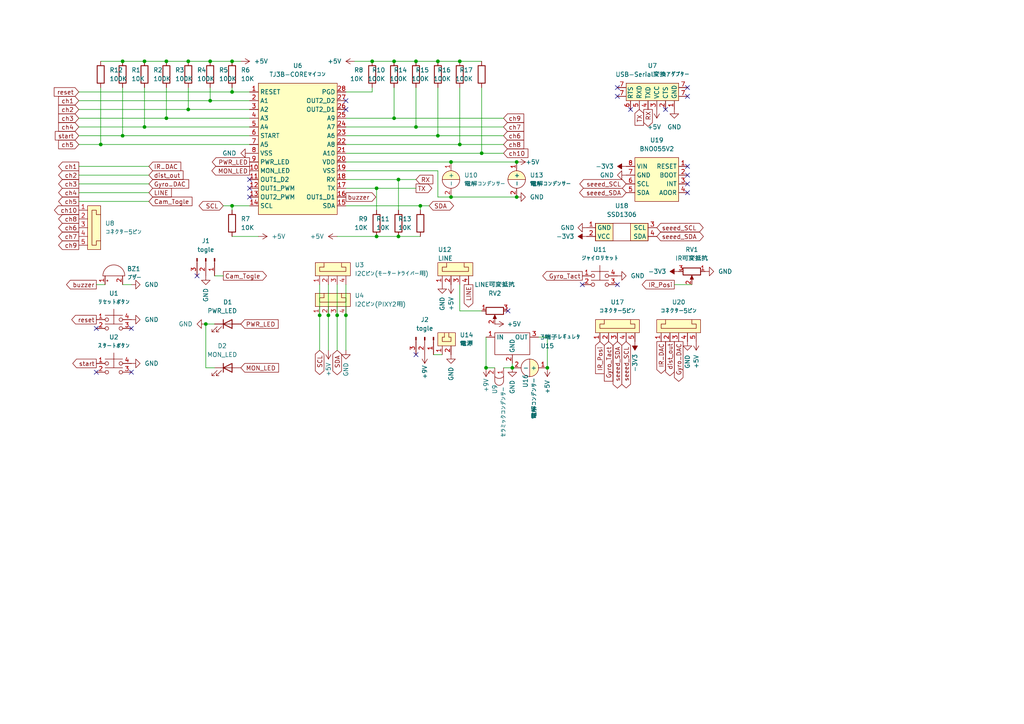
<source format=kicad_sch>
(kicad_sch (version 20211123) (generator eeschema)
  (paper "A4")
  (lib_symbols
    (symbol "Connector:Conn_01x03_Male" (pin_names (offset 1.016) hide)
      (property "Reference" "J" (at 0 5.08 0))
      (property "Value" "Conn_01x03_Male" (at 0 -5.08 0))
      (symbol "Conn_01x03_Male_1_1"
        (polyline (pts (xy 1.27 -2.54) (xy 0.8636 -2.54)) (stroke (width 0.1524)))
        (polyline (pts (xy 1.27 0) (xy 0.8636 0)) (stroke (width 0.1524)))
        (polyline (pts (xy 1.27 2.54) (xy 0.8636 2.54)) (stroke (width 0.1524)))
        (rectangle (start 0.8636 -2.413) (end 0 -2.667) (stroke (width 0.1524)) (fill (type outline)))
        (rectangle (start 0.8636 0.127) (end 0 -0.127) (stroke (width 0.1524)) (fill (type outline)))
        (rectangle (start 0.8636 2.667) (end 0 2.413) (stroke (width 0.1524)) (fill (type outline)))
        (pin passive line (at 5.08 2.54 180) (length 3.81) (name "Pin_1") (number "1"))
        (pin passive line (at 5.08 0 180) (length 3.81) (name "Pin_2") (number "2"))
        (pin passive line (at 5.08 -2.54 180) (length 3.81) (name "Pin_3") (number "3"))
      )
    )
    (symbol "Device:Buzzer" (pin_names (offset 0.0254) hide)
      (property "Reference" "BZ" (at 3.81 1.27 0))
      (property "Value" "Buzzer" (at 3.81 -1.27 0))
      (symbol "Buzzer_0_1"
        (arc (start 0 -3.175) (mid 3.175 0) (end 0 3.175))
        (polyline (pts (xy -1.651 1.905) (xy -1.143 1.905)))
        (polyline (pts (xy -1.397 2.159) (xy -1.397 1.651)))
        (polyline (pts (xy 0 3.175) (xy 0 -3.175)))
      )
      (symbol "Buzzer_1_1"
        (pin passive line (at -2.54 2.54 0) (length 2.54) (name "-") (number "1"))
        (pin passive line (at -2.54 -2.54 0) (length 2.54) (name "+") (number "2"))
      )
    )
    (symbol "Device:LED" (pin_numbers hide) (pin_names (offset 1.016) hide)
      (property "Reference" "D" (at 0 2.54 0))
      (property "Value" "LED" (at 0 -2.54 0))
      (symbol "LED_0_1"
        (polyline (pts (xy -1.27 -1.27) (xy -1.27 1.27)) (stroke (width 0.254)))
        (polyline (pts (xy -1.27 0) (xy 1.27 0)))
        (polyline (pts (xy 1.27 -1.27) (xy 1.27 1.27) (xy -1.27 0) (xy 1.27 -1.27)) (stroke (width 0.254)))
        (polyline (pts (xy -3.048 -0.762) (xy -4.572 -2.286) (xy -3.81 -2.286) (xy -4.572 -2.286) (xy -4.572 -1.524)))
        (polyline (pts (xy -1.778 -0.762) (xy -3.302 -2.286) (xy -2.54 -2.286) (xy -3.302 -2.286) (xy -3.302 -1.524)))
      )
      (symbol "LED_1_1"
        (pin passive line (at -3.81 0 0) (length 2.54) (name "K") (number "1"))
        (pin passive line (at 3.81 0 180) (length 2.54) (name "A") (number "2"))
      )
    )
    (symbol "Device:R" (pin_numbers hide) (pin_names (offset 0))
      (property "Reference" "R" (at 2.032 0 90))
      (property "Value" "R" (at 0 0 90))
      (symbol "R_0_1"
        (rectangle (start -1.016 -2.54) (end 1.016 2.54) (stroke (width 0.254)))
      )
      (symbol "R_1_1"
        (pin passive line (at 0 3.81 270) (length 1.27) (name "~") (number "1"))
        (pin passive line (at 0 -3.81 90) (length 1.27) (name "~") (number "2"))
      )
    )
    (symbol "Device:R_Potentiometer" (pin_names (offset 1.016) hide)
      (property "Reference" "RV" (at -4.445 0 90))
      (property "Value" "R_Potentiometer" (at -2.54 0 90))
      (symbol "R_Potentiometer_0_1"
        (polyline (pts (xy 2.54 0) (xy 1.524 0)))
        (polyline (pts (xy 1.143 0) (xy 2.286 0.508) (xy 2.286 -0.508) (xy 1.143 0)) (fill (type outline)))
        (rectangle (start 1.016 2.54) (end -1.016 -2.54) (stroke (width 0.254)))
      )
      (symbol "R_Potentiometer_1_1"
        (pin passive line (at 0 3.81 270) (length 1.27) (name "1") (number "1"))
        (pin passive line (at 3.81 0 180) (length 1.27) (name "2") (number "2"))
        (pin passive line (at 0 -3.81 90) (length 1.27) (name "3") (number "3"))
      )
    )
    (symbol "power:+5V" (power) (pin_names (offset 0))
      (property "Value" "+5V" (at 0 3.556 0))
      (symbol "+5V_0_1"
        (polyline (pts (xy -0.762 1.27) (xy 0 2.54)))
        (polyline (pts (xy 0 0) (xy 0 2.54)))
        (polyline (pts (xy 0 2.54) (xy 0.762 1.27)))
      )
      (symbol "+5V_1_1"
        (pin power_in line (at 0 0 90) (length 0) hide (name "+5V") (number "1"))
      )
    )
    (symbol "power:+9V" (power) (pin_names (offset 0))
      (property "Value" "+9V" (at 0 3.556 0))
      (symbol "+9V_0_1"
        (polyline (pts (xy -0.762 1.27) (xy 0 2.54)))
        (polyline (pts (xy 0 0) (xy 0 2.54)))
        (polyline (pts (xy 0 2.54) (xy 0.762 1.27)))
      )
      (symbol "+9V_1_1"
        (pin power_in line (at 0 0 90) (length 0) hide (name "+9V") (number "1"))
      )
    )
    (symbol "power:-3V3" (power) (pin_names (offset 0))
      (property "Value" "-3V3" (at 0 3.81 0))
      (symbol "-3V3_0_0"
        (pin power_in line (at 0 0 90) (length 0) hide (name "-3V3") (number "1"))
      )
      (symbol "-3V3_0_1"
        (polyline (pts (xy 0 0) (xy 0 1.27) (xy 0.762 1.27) (xy 0 2.54) (xy -0.762 1.27) (xy 0 1.27)) (fill (type outline)))
      )
    )
    (symbol "power:GND" (power) (pin_names (offset 0))
      (property "Value" "GND" (at 0 -3.81 0))
      (symbol "GND_0_1"
        (polyline (pts (xy 0 0) (xy 0 -1.27) (xy 1.27 -1.27) (xy 0 -2.54) (xy -1.27 -1.27) (xy 0 -1.27)))
      )
      (symbol "GND_1_1"
        (pin power_in line (at 0 0 270) (length 0) hide (name "GND") (number "1"))
      )
    )
    (symbol "自分のシンボルエディター:3端子レギュレタ"
      (property "Reference" "U" (at 0 0 0))
      (property "Value" "3端子レギュレタ" (at 0 0 0))
      (symbol "3端子レギュレタ_0_1"
        (rectangle (start -5.08 -2.54) (end 5.08 -8.89))
      )
      (symbol "3端子レギュレタ_1_1"
        (pin input line (at -7.62 -3.81 0) (length 2.54) (name "IN") (number "1"))
        (pin input line (at 0 -11.43 90) (length 2.54) (name "GND") (number "2"))
        (pin input line (at 7.62 -3.81 180) (length 2.54) (name "OUT") (number "3"))
      )
    )
    (symbol "自分のシンボルエディター:BNO055V2"
      (property "Reference" "U" (at 6.35 -1.27 0))
      (property "Value" "BNO055V2" (at 0 -1.27 0))
      (symbol "BNO055V2_0_1"
        (rectangle (start -6.35 -2.54) (end 6.35 -15.24) (fill (type background)))
      )
      (symbol "BNO055V2_1_1"
        (pin input line (at 8.89 -5.08 180) (length 2.54) (name "RESET") (number "1"))
        (pin input line (at 8.89 -7.62 180) (length 2.54) (name "BOOT") (number "2"))
        (pin input line (at 8.89 -10.16 180) (length 2.54) (name "INT") (number "3"))
        (pin input line (at 8.89 -12.7 180) (length 2.54) (name "AOOR") (number "4"))
        (pin input line (at -8.89 -12.7 0) (length 2.54) (name "SDA") (number "5"))
        (pin input line (at -8.89 -10.16 0) (length 2.54) (name "SCL") (number "6"))
        (pin input line (at -8.89 -7.62 0) (length 2.54) (name "GND") (number "7"))
        (pin input line (at -8.89 -5.08 0) (length 2.54) (name "VIN") (number "8"))
      )
    )
    (symbol "自分のシンボルエディター:SSD1306"
      (property "Reference" "U" (at 6.35 0 0))
      (property "Value" "SSD1306" (at 0 0 0))
      (symbol "SSD1306_0_1"
        (rectangle (start -7.62 -1.27) (end -2.54 -6.35) (fill (type background)))
        (polyline (pts (xy -7.62 -6.35) (xy -7.62 -1.27) (xy 7.62 -1.27) (xy 7.62 -6.35) (xy -3.81 -6.35) (xy -7.62 -6.35)))
        (rectangle (start 2.54 -1.27) (end 7.62 -6.35) (fill (type background)))
      )
      (symbol "SSD1306_1_1"
        (pin input line (at -10.16 -2.54 0) (length 2.54) (name "GND") (number "1"))
        (pin input line (at -10.16 -5.08 0) (length 2.54) (name "VCC") (number "2"))
        (pin input line (at 10.16 -2.54 180) (length 2.54) (name "SCL") (number "3"))
        (pin input line (at 10.16 -5.08 180) (length 2.54) (name "SDA") (number "4"))
      )
    )
    (symbol "自分のシンボルエディター:TJ3B-COREマイコン"
      (property "Reference" "U" (at 10.16 -1.27 0))
      (property "Value" "TJ3B-COREマイコン" (at 0 -1.27 0))
      (symbol "TJ3B-COREマイコン_0_1"
        (rectangle (start -11.43 -2.54) (end 11.43 -40.64) (fill (type background)))
      )
      (symbol "TJ3B-COREマイコン_1_1"
        (pin input line (at -13.97 -5.08 0) (length 2.54) (name "RESET") (number "1"))
        (pin input line (at -13.97 -27.94 0) (length 2.54) (name "MON_LED") (number "10"))
        (pin input line (at -13.97 -30.48 0) (length 2.54) (name "OUT1_D2") (number "11"))
        (pin input line (at -13.97 -33.02 0) (length 2.54) (name "OUT1_PWM") (number "12"))
        (pin input line (at -13.97 -35.56 0) (length 2.54) (name "OUT2_PWM") (number "13"))
        (pin input line (at -13.97 -38.1 0) (length 2.54) (name "SCL") (number "14"))
        (pin input line (at 13.97 -38.1 180) (length 2.54) (name "SDA") (number "15"))
        (pin input line (at 13.97 -35.56 180) (length 2.54) (name "OUT1_D1") (number "16"))
        (pin input line (at 13.97 -33.02 180) (length 2.54) (name "TX") (number "17"))
        (pin input line (at 13.97 -30.48 180) (length 2.54) (name "RX") (number "18"))
        (pin input line (at 13.97 -27.94 180) (length 2.54) (name "VSS") (number "19"))
        (pin input line (at -13.97 -7.62 0) (length 2.54) (name "A1") (number "2"))
        (pin input line (at 13.97 -25.4 180) (length 2.54) (name "VDD") (number "20"))
        (pin input line (at 13.97 -22.86 180) (length 2.54) (name "A10") (number "21"))
        (pin input line (at 13.97 -20.32 180) (length 2.54) (name "A8") (number "22"))
        (pin input line (at 13.97 -17.78 180) (length 2.54) (name "A6") (number "23"))
        (pin input line (at 13.97 -15.24 180) (length 2.54) (name "A7") (number "24"))
        (pin input line (at 13.97 -12.7 180) (length 2.54) (name "A9") (number "25"))
        (pin input line (at 13.97 -10.16 180) (length 2.54) (name "OUT2_D1") (number "26"))
        (pin input line (at 13.97 -7.62 180) (length 2.54) (name "OUT2_D2") (number "27"))
        (pin input line (at 13.97 -5.08 180) (length 2.54) (name "PGD") (number "28"))
        (pin input line (at -13.97 -10.16 0) (length 2.54) (name "A2") (number "3"))
        (pin input line (at -13.97 -12.7 0) (length 2.54) (name "A3") (number "4"))
        (pin input line (at -13.97 -15.24 0) (length 2.54) (name "A4") (number "5"))
        (pin input line (at -13.97 -17.78 0) (length 2.54) (name "START") (number "6"))
        (pin input line (at -13.97 -20.32 0) (length 2.54) (name "A5") (number "7"))
        (pin input line (at -13.97 -22.86 0) (length 2.54) (name "VSS") (number "8"))
        (pin input line (at -13.97 -25.4 0) (length 2.54) (name "PWR_LED") (number "9"))
      )
    )
    (symbol "自分のシンボルエディター:USB-Serial変換アダプター"
      (property "Reference" "U" (at 0 0 0))
      (property "Value" "USB-Serial変換アダプター" (at 0 0 0))
      (symbol "USB-Serial変換アダプター_0_1"
        (rectangle (start -7.62 -2.54) (end 7.62 -7.62) (fill (type background)))
      )
      (symbol "USB-Serial変換アダプター_1_1"
        (pin input line (at 6.35 -10.16 90) (length 2.54) (name "GND") (number "1"))
        (pin input line (at 3.81 -10.16 90) (length 2.54) (name "CTS") (number "2"))
        (pin input line (at 1.27 -10.16 90) (length 2.54) (name "VCC") (number "3"))
        (pin input line (at -1.27 -10.16 90) (length 2.54) (name "TXD") (number "4"))
        (pin input line (at -3.81 -10.16 90) (length 2.54) (name "RXD") (number "5"))
        (pin input line (at -6.35 -10.16 90) (length 2.54) (name "RTS") (number "6"))
        (pin input line (at -10.16 -6.35 0) (length 2.54) (name "") (number "7"))
        (pin input line (at -10.16 -3.81 0) (length 2.54) (name "") (number "7"))
        (pin input line (at 10.16 -6.35 180) (length 2.54) (name "") (number "7"))
        (pin input line (at 10.16 -3.81 180) (length 2.54) (name "") (number "7"))
      )
    )
    (symbol "自分のシンボルエディター:コネクター2ピン"
      (property "Reference" "U" (at 6.35 0 0))
      (property "Value" "コネクター2ピン" (at 0 0 0))
      (symbol "コネクター2ピン_0_1"
        (rectangle (start -2.54 -1.27) (end 2.54 -5.08) (fill (type background)))
        (polyline (pts (xy -0.635 -2.54) (xy -1.27 -2.54)))
        (polyline (pts (xy -0.635 -2.54) (xy -0.635 -1.27)))
        (polyline (pts (xy -1.27 -2.54) (xy -1.27 -3.81) (xy 1.27 -3.81) (xy 1.27 -2.54) (xy 0.635 -2.54) (xy 0.635 -1.27)))
      )
      (symbol "コネクター2ピン_1_1"
        (pin input line (at -1.27 -7.62 90) (length 2.54) (name "") (number "1"))
        (pin input line (at 1.27 -7.62 90) (length 2.54) (name "") (number "2"))
      )
    )
    (symbol "自分のシンボルエディター:コネクター4ピン"
      (property "Reference" "U" (at 6.35 0 0))
      (property "Value" "コネクター4ピン" (at 0 0 0))
      (symbol "コネクター4ピン_0_1"
        (rectangle (start -5.08 -1.27) (end 5.08 -5.08) (fill (type background)))
        (polyline (pts (xy -2.54 -2.54) (xy -2.54 -1.27)))
        (polyline (pts (xy -2.54 -2.54) (xy -3.81 -2.54) (xy -3.81 -3.81) (xy 3.81 -3.81) (xy 3.81 -2.54) (xy 2.54 -2.54) (xy 2.54 -1.27)))
      )
      (symbol "コネクター4ピン_1_1"
        (pin input line (at -3.81 -7.62 90) (length 2.54) (name "") (number "1"))
        (pin input line (at -1.27 -7.62 90) (length 2.54) (name "") (number "2"))
        (pin input line (at 1.27 -7.62 90) (length 2.54) (name "") (number "3"))
        (pin input line (at 3.81 -7.62 90) (length 2.54) (name "") (number "4"))
      )
    )
    (symbol "自分のシンボルエディター:コネクター5ピン"
      (property "Reference" "U" (at 6.35 0 0))
      (property "Value" "コネクター5ピン" (at 0 0 0))
      (symbol "コネクター5ピン_0_1"
        (rectangle (start -6.35 -1.27) (end 6.35 -5.08) (fill (type background)))
        (polyline (pts (xy -3.81 -2.54) (xy -3.81 -1.27)))
        (polyline (pts (xy -3.81 -2.54) (xy -5.08 -2.54) (xy -5.08 -3.81) (xy 5.08 -3.81) (xy 5.08 -2.54) (xy 3.81 -2.54) (xy 3.81 -1.27)))
      )
      (symbol "コネクター5ピン_1_1"
        (pin input line (at -5.08 -7.62 90) (length 2.54) (name "") (number "1"))
        (pin input line (at -2.54 -7.62 90) (length 2.54) (name "") (number "2"))
        (pin input line (at 0 -7.62 90) (length 2.54) (name "") (number "3"))
        (pin input line (at 2.54 -7.62 90) (length 2.54) (name "") (number "4"))
        (pin input line (at 5.08 -7.62 90) (length 2.54) (name "") (number "5"))
      )
    )
    (symbol "自分のシンボルエディター:セラミックコンデンサー"
      (property "Reference" "U" (at 8.89 0 0))
      (property "Value" "セラミックコンデンサー" (at 0 0 0))
      (symbol "セラミックコンデンサー_0_1"
        (arc (start 0 -1.27) (mid -0.898 -1.642) (end -1.27 -2.54))
        (polyline (pts (xy -1.27 -2.54) (xy -1.27 -3.81)))
        (polyline (pts (xy 1.27 -2.54) (xy 1.27 -3.81)))
        (arc (start 1.27 -3.81) (mid 0 -3.284) (end -1.27 -3.81))
        (arc (start 1.2701 -2.5399) (mid 0.8981 -1.6419) (end 0.0001 -1.2699))
      )
      (symbol "セラミックコンデンサー_1_1"
        (pin input line (at -1.27 -6.35 90) (length 2.54) (name "") (number "1"))
        (pin input line (at 1.27 -6.35 90) (length 2.54) (name "") (number "2"))
      )
    )
    (symbol "自分のシンボルエディター:タクトスイッチ"
      (property "Reference" "U" (at 6.35 0 0))
      (property "Value" "タクトスイッチ" (at 0 0 0))
      (symbol "タクトスイッチ_0_1"
        (circle (center -2.032 -7.62) (radius 0.508))
        (circle (center -2.032 -5.08) (radius 0.508))
        (polyline (pts (xy 0 -6.35) (xy 0 -3.81)))
        (polyline (pts (xy 0 -3.81) (xy 0 -2.032)))
        (polyline (pts (xy 2.54 -6.35) (xy -2.54 -6.35)))
        (polyline (pts (xy 2.54 -3.81) (xy -2.54 -3.81)))
        (circle (center 2.032 -7.62) (radius 0.508))
        (circle (center 2.032 -5.08) (radius 0.508))
      )
      (symbol "タクトスイッチ_1_1"
        (pin input line (at -5.08 -5.08 0) (length 2.54) (name "") (number "1"))
        (pin input line (at -5.08 -7.62 0) (length 2.54) (name "") (number "2"))
        (pin input line (at 5.08 -7.62 180) (length 2.54) (name "") (number "3"))
        (pin input line (at 5.08 -5.08 180) (length 2.54) (name "") (number "4"))
      )
    )
    (symbol "自分のシンボルエディター:電解コンデンサー"
      (property "Reference" "U" (at 7.62 0 0))
      (property "Value" "電解コンデンサー" (at 0 0 0))
      (symbol "電解コンデンサー_0_1"
        (arc (start -2.54 -3.81) (mid -1.7961 -5.6061) (end 0 -6.35) (fill (type background)))
        (arc (start -0.0002 -6.3498) (mid 1.7959 -5.6059) (end 2.5398 -3.8098))
        (arc (start 0 -1.27) (mid -1.7961 -2.0139) (end -2.54 -3.81) (fill (type background)))
        (polyline (pts (xy 0 -1.27) (xy 0 -6.35)))
        (arc (start 2.5398 -3.8102) (mid 1.7959 -2.0141) (end -0.0002 -1.2702))
      )
      (symbol "電解コンデンサー_1_1"
        (pin input line (at -5.08 -3.81 0) (length 2.54) (name "+") (number "1"))
        (pin input line (at 5.08 -3.81 180) (length 2.54) (name "-") (number "2"))
      )
    )
  )
  (junction (at 148.59 106.68))
  (junction (at 140.97 106.68))
  (junction (at 67.31 59.69))
  (junction (at 139.7 44.45))
  (junction (at 120.65 36.83))
  (junction (at 100.33 91.44))
  (junction (at 41.91 17.78))
  (junction (at 130.81 57.15))
  (junction (at 115.57 52.07))
  (junction (at 121.92 59.69))
  (junction (at 48.26 17.78))
  (junction (at 60.96 29.21))
  (junction (at 133.35 41.91))
  (junction (at 120.65 17.78))
  (junction (at 95.25 91.44))
  (junction (at 35.56 17.78))
  (junction (at 29.21 41.91))
  (junction (at 115.57 68.58))
  (junction (at 127 17.78))
  (junction (at 54.61 31.75))
  (junction (at 133.35 17.78))
  (junction (at 60.96 17.78))
  (junction (at 92.71 91.44))
  (junction (at 127 39.37))
  (junction (at 114.3 17.78))
  (junction (at 107.95 17.78))
  (junction (at 97.79 91.44))
  (junction (at 114.3 34.29))
  (junction (at 67.31 17.78))
  (junction (at 35.56 39.37))
  (junction (at 158.75 106.68))
  (junction (at 48.26 34.29))
  (junction (at 109.22 54.61))
  (junction (at 149.86 57.15))
  (junction (at 54.61 17.78))
  (junction (at 130.81 46.99))
  (junction (at 109.22 68.58))
  (junction (at 149.86 46.99))
  (junction (at 41.91 36.83))
  (junction (at 67.31 26.67))
  (junction (at 59.69 93.98))
  (no_connect (at 120.65 102.87))
  (no_connect (at 72.39 54.61))
  (no_connect (at 182.88 31.75))
  (no_connect (at 147.32 90.17))
  (no_connect (at 199.39 27.94))
  (no_connect (at 72.39 52.07))
  (no_connect (at 179.07 27.94))
  (no_connect (at 199.39 48.26))
  (no_connect (at 199.39 53.34))
  (no_connect (at 179.07 25.4))
  (no_connect (at 27.94 107.95))
  (no_connect (at 38.1 95.25))
  (no_connect (at 72.39 57.15))
  (no_connect (at 199.39 55.88))
  (no_connect (at 199.39 50.8))
  (no_connect (at 100.33 29.21))
  (no_connect (at 57.15 80.01))
  (no_connect (at 179.07 82.55))
  (no_connect (at 100.33 31.75))
  (no_connect (at 193.04 31.75))
  (no_connect (at 38.1 107.95))
  (no_connect (at 199.39 25.4))
  (no_connect (at 168.91 82.55))
  (no_connect (at 27.94 95.25))
  (wire (pts (xy 97.79 91.44) (xy 97.79 101.6)))
  (wire (pts (xy 97.79 82.55) (xy 97.79 91.44)))
  (wire (pts (xy 146.05 44.45) (xy 139.7 44.45)))
  (wire (pts (xy 139.7 17.78) (xy 133.35 17.78)))
  (wire (pts (xy 127 49.53) (xy 127 57.15)))
  (wire (pts (xy 100.33 91.44) (xy 100.33 101.6)))
  (wire (pts (xy 100.33 59.69) (xy 121.92 59.69)))
  (wire (pts (xy 100.33 39.37) (xy 127 39.37)))
  (wire (pts (xy 62.23 106.68) (xy 59.69 106.68)))
  (wire (pts (xy 100.33 82.55) (xy 100.33 91.44)))
  (wire (pts (xy 22.86 29.21) (xy 60.96 29.21)))
  (wire (pts (xy 109.22 68.58) (xy 115.57 68.58)))
  (wire (pts (xy 133.35 25.4) (xy 133.35 41.91)))
  (wire (pts (xy 158.75 97.79) (xy 156.21 97.79)))
  (wire (pts (xy 60.96 17.78) (xy 67.31 17.78)))
  (wire (pts (xy 100.33 41.91) (xy 133.35 41.91)))
  (wire (pts (xy 35.56 17.78) (xy 41.91 17.78)))
  (wire (pts (xy 59.69 93.98) (xy 59.69 106.68)))
  (wire (pts (xy 29.21 41.91) (xy 72.39 41.91)))
  (wire (pts (xy 127 17.78) (xy 120.65 17.78)))
  (wire (pts (xy 64.77 59.69) (xy 67.31 59.69)))
  (wire (pts (xy 54.61 31.75) (xy 72.39 31.75)))
  (wire (pts (xy 92.71 82.55) (xy 92.71 91.44)))
  (wire (pts (xy 60.96 29.21) (xy 72.39 29.21)))
  (wire (pts (xy 139.7 90.17) (xy 133.35 90.17)))
  (wire (pts (xy 130.81 46.99) (xy 149.86 46.99)))
  (wire (pts (xy 69.85 17.78) (xy 67.31 17.78)))
  (wire (pts (xy 158.75 97.79) (xy 158.75 106.68)))
  (wire (pts (xy 114.3 34.29) (xy 146.05 34.29)))
  (wire (pts (xy 67.31 60.96) (xy 67.31 59.69)))
  (wire (pts (xy 54.61 31.75) (xy 54.61 25.4)))
  (wire (pts (xy 146.05 36.83) (xy 120.65 36.83)))
  (wire (pts (xy 115.57 52.07) (xy 120.65 52.07)))
  (wire (pts (xy 109.22 54.61) (xy 120.65 54.61)))
  (wire (pts (xy 139.7 25.4) (xy 139.7 44.45)))
  (wire (pts (xy 114.3 34.29) (xy 100.33 34.29)))
  (wire (pts (xy 107.95 25.4) (xy 107.95 26.67)))
  (wire (pts (xy 140.97 106.68) (xy 143.51 106.68)))
  (wire (pts (xy 127 25.4) (xy 127 39.37)))
  (wire (pts (xy 146.05 39.37) (xy 127 39.37)))
  (wire (pts (xy 100.33 44.45) (xy 139.7 44.45)))
  (wire (pts (xy 121.92 59.69) (xy 121.92 60.96)))
  (wire (pts (xy 109.22 54.61) (xy 109.22 60.96)))
  (wire (pts (xy 102.87 17.78) (xy 107.95 17.78)))
  (wire (pts (xy 148.59 106.68) (xy 148.59 105.41)))
  (wire (pts (xy 121.92 59.69) (xy 124.46 59.69)))
  (wire (pts (xy 120.65 36.83) (xy 120.65 25.4)))
  (wire (pts (xy 100.33 36.83) (xy 120.65 36.83)))
  (wire (pts (xy 41.91 36.83) (xy 72.39 36.83)))
  (wire (pts (xy 133.35 90.17) (xy 133.35 82.55)))
  (wire (pts (xy 41.91 17.78) (xy 48.26 17.78)))
  (wire (pts (xy 38.1 82.55) (xy 35.56 82.55)))
  (wire (pts (xy 67.31 26.67) (xy 72.39 26.67)))
  (wire (pts (xy 97.79 68.58) (xy 109.22 68.58)))
  (wire (pts (xy 107.95 17.78) (xy 114.3 17.78)))
  (wire (pts (xy 54.61 17.78) (xy 60.96 17.78)))
  (wire (pts (xy 115.57 52.07) (xy 115.57 60.96)))
  (wire (pts (xy 22.86 41.91) (xy 29.21 41.91)))
  (wire (pts (xy 146.05 106.68) (xy 148.59 106.68)))
  (wire (pts (xy 35.56 39.37) (xy 72.39 39.37)))
  (wire (pts (xy 95.25 91.44) (xy 95.25 101.6)))
  (wire (pts (xy 140.97 97.79) (xy 140.97 106.68)))
  (wire (pts (xy 22.86 34.29) (xy 48.26 34.29)))
  (wire (pts (xy 22.86 39.37) (xy 35.56 39.37)))
  (wire (pts (xy 130.81 57.15) (xy 149.86 57.15)))
  (wire (pts (xy 100.33 26.67) (xy 107.95 26.67)))
  (wire (pts (xy 114.3 25.4) (xy 114.3 34.29)))
  (wire (pts (xy 195.58 82.55) (xy 200.66 82.55)))
  (wire (pts (xy 35.56 25.4) (xy 35.56 39.37)))
  (wire (pts (xy 59.69 93.98) (xy 62.23 93.98)))
  (wire (pts (xy 43.18 55.88) (xy 22.86 55.88)))
  (wire (pts (xy 100.33 46.99) (xy 130.81 46.99)))
  (wire (pts (xy 43.18 58.42) (xy 22.86 58.42)))
  (wire (pts (xy 67.31 59.69) (xy 72.39 59.69)))
  (wire (pts (xy 92.71 91.44) (xy 92.71 101.6)))
  (wire (pts (xy 67.31 68.58) (xy 74.93 68.58)))
  (wire (pts (xy 60.96 25.4) (xy 60.96 29.21)))
  (wire (pts (xy 95.25 82.55) (xy 95.25 91.44)))
  (wire (pts (xy 22.86 26.67) (xy 67.31 26.67)))
  (wire (pts (xy 22.86 31.75) (xy 54.61 31.75)))
  (wire (pts (xy 30.48 82.55) (xy 27.94 82.55)))
  (wire (pts (xy 115.57 68.58) (xy 121.92 68.58)))
  (wire (pts (xy 133.35 17.78) (xy 127 17.78)))
  (wire (pts (xy 41.91 25.4) (xy 41.91 36.83)))
  (wire (pts (xy 43.18 48.26) (xy 22.86 48.26)))
  (wire (pts (xy 127 57.15) (xy 130.81 57.15)))
  (wire (pts (xy 64.77 80.01) (xy 62.23 80.01)))
  (wire (pts (xy 48.26 34.29) (xy 72.39 34.29)))
  (wire (pts (xy 22.86 36.83) (xy 41.91 36.83)))
  (wire (pts (xy 48.26 17.78) (xy 54.61 17.78)))
  (wire (pts (xy 146.05 41.91) (xy 133.35 41.91)))
  (wire (pts (xy 125.73 102.87) (xy 128.27 102.87)))
  (wire (pts (xy 114.3 17.78) (xy 120.65 17.78)))
  (wire (pts (xy 100.33 54.61) (xy 109.22 54.61)))
  (wire (pts (xy 67.31 25.4) (xy 67.31 26.67)))
  (wire (pts (xy 100.33 49.53) (xy 127 49.53)))
  (wire (pts (xy 100.33 52.07) (xy 115.57 52.07)))
  (wire (pts (xy 48.26 34.29) (xy 48.26 25.4)))
  (wire (pts (xy 43.18 50.8) (xy 22.86 50.8)))
  (wire (pts (xy 29.21 17.78) (xy 35.56 17.78)))
  (wire (pts (xy 29.21 25.4) (xy 29.21 41.91)))
  (wire (pts (xy 43.18 53.34) (xy 22.86 53.34)))
  (global_label "PWR_LED" (shape input) (at 69.85 93.98 0) (property "Intersheet References" "${INTERSHEET_REFS}" (effects hide)))
  (global_label "seeed_SDA" (shape bidirectional) (at 190.5 68.58 0) (property "Intersheet References" "${INTERSHEET_REFS}" (effects hide)))
  (global_label "ch8" (shape input) (at 146.05 41.91 0) (property "Intersheet References" "${INTERSHEET_REFS}" (effects hide)))
  (global_label "start" (shape output) (at 27.94 105.41 180) (property "Intersheet References" "${INTERSHEET_REFS}" (effects hide)))
  (global_label "ch2" (shape input) (at 22.86 31.75 180) (property "Intersheet References" "${INTERSHEET_REFS}" (effects hide)))
  (global_label "ch1" (shape output) (at 22.86 48.26 180) (property "Intersheet References" "${INTERSHEET_REFS}" (effects hide)))
  (global_label "Gyro＿DAC" (shape input) (at 43.18 53.34 0) (property "Intersheet References" "${INTERSHEET_REFS}" (effects hide)))
  (global_label "LINE" (shape output) (at 135.89 82.55 270) (property "Intersheet References" "${INTERSHEET_REFS}" (effects hide)))
  (global_label "SDA" (shape bidirectional) (at 97.79 101.6 270) (property "Intersheet References" "${INTERSHEET_REFS}" (effects hide)))
  (global_label "IR＿DAC" (shape input) (at 43.18 48.26 0) (property "Intersheet References" "${INTERSHEET_REFS}" (effects hide)))
  (global_label "ch7" (shape output) (at 22.86 68.58 180) (property "Intersheet References" "${INTERSHEET_REFS}" (effects hide)))
  (global_label "Cam_Togle" (shape output) (at 64.77 80.01 0) (property "Intersheet References" "${INTERSHEET_REFS}" (effects hide)))
  (global_label "ch1" (shape input) (at 22.86 29.21 180) (property "Intersheet References" "${INTERSHEET_REFS}" (effects hide)))
  (global_label "SCL" (shape bidirectional) (at 64.77 59.69 180) (property "Intersheet References" "${INTERSHEET_REFS}" (effects hide)))
  (global_label "ch8" (shape output) (at 22.86 63.5 180) (property "Intersheet References" "${INTERSHEET_REFS}" (effects hide)))
  (global_label "IR_Posi" (shape input) (at 173.99 99.06 270) (property "Intersheet References" "${INTERSHEET_REFS}" (effects hide)))
  (global_label "IR_Posi" (shape output) (at 195.58 82.55 180) (property "Intersheet References" "${INTERSHEET_REFS}" (effects hide)))
  (global_label "reset" (shape input) (at 22.86 26.67 180) (property "Intersheet References" "${INTERSHEET_REFS}" (effects hide)))
  (global_label "IR＿DAC" (shape output) (at 191.77 99.06 270) (property "Intersheet References" "${INTERSHEET_REFS}" (effects hide)))
  (global_label "ch6" (shape input) (at 146.05 39.37 0) (property "Intersheet References" "${INTERSHEET_REFS}" (effects hide)))
  (global_label "seeed_SCL" (shape bidirectional) (at 181.61 53.34 180) (property "Intersheet References" "${INTERSHEET_REFS}" (effects hide)))
  (global_label "ch4" (shape input) (at 22.86 36.83 180) (property "Intersheet References" "${INTERSHEET_REFS}" (effects hide)))
  (global_label "dist_out" (shape output) (at 194.31 99.06 270) (property "Intersheet References" "${INTERSHEET_REFS}" (effects hide)))
  (global_label "TX" (shape input) (at 185.42 31.75 270) (property "Intersheet References" "${INTERSHEET_REFS}" (effects hide)))
  (global_label "seeed_SCL" (shape bidirectional) (at 181.61 99.06 270) (property "Intersheet References" "${INTERSHEET_REFS}" (effects hide)))
  (global_label "seeed_SCL" (shape bidirectional) (at 190.5 66.04 0) (property "Intersheet References" "${INTERSHEET_REFS}" (effects hide)))
  (global_label "ch5" (shape input) (at 22.86 41.91 180) (property "Intersheet References" "${INTERSHEET_REFS}" (effects hide)))
  (global_label "dist_out" (shape input) (at 43.18 50.8 0) (property "Intersheet References" "${INTERSHEET_REFS}" (effects hide)))
  (global_label "ch10" (shape output) (at 22.86 60.96 180) (property "Intersheet References" "${INTERSHEET_REFS}" (effects hide)))
  (global_label "ch7" (shape input) (at 146.05 36.83 0) (property "Intersheet References" "${INTERSHEET_REFS}" (effects hide)))
  (global_label "buzzer" (shape output) (at 27.94 82.55 180) (property "Intersheet References" "${INTERSHEET_REFS}" (effects hide)))
  (global_label "seeed_SDA" (shape bidirectional) (at 181.61 55.88 180) (property "Intersheet References" "${INTERSHEET_REFS}" (effects hide)))
  (global_label "ch3" (shape input) (at 22.86 34.29 180) (property "Intersheet References" "${INTERSHEET_REFS}" (effects hide)))
  (global_label "ch4" (shape output) (at 22.86 55.88 180) (property "Intersheet References" "${INTERSHEET_REFS}" (effects hide)))
  (global_label "MON_LED" (shape input) (at 69.85 106.68 0) (property "Intersheet References" "${INTERSHEET_REFS}" (effects hide)))
  (global_label "buzzer" (shape output) (at 100.33 57.15 0) (property "Intersheet References" "${INTERSHEET_REFS}" (effects hide)))
  (global_label "PWR_LED" (shape output) (at 72.39 46.99 180) (property "Intersheet References" "${INTERSHEET_REFS}" (effects hide)))
  (global_label "ch3" (shape output) (at 22.86 53.34 180) (property "Intersheet References" "${INTERSHEET_REFS}" (effects hide)))
  (global_label "RX" (shape input) (at 120.65 52.07 0) (property "Intersheet References" "${INTERSHEET_REFS}" (effects hide)))
  (global_label "ch10" (shape input) (at 146.05 44.45 0) (property "Intersheet References" "${INTERSHEET_REFS}" (effects hide)))
  (global_label "reset" (shape output) (at 27.94 92.71 180) (property "Intersheet References" "${INTERSHEET_REFS}" (effects hide)))
  (global_label "Gyro_Tact" (shape output) (at 168.91 80.01 180) (property "Intersheet References" "${INTERSHEET_REFS}" (effects hide)))
  (global_label "ch9" (shape input) (at 146.05 34.29 0) (property "Intersheet References" "${INTERSHEET_REFS}" (effects hide)))
  (global_label "LINE" (shape input) (at 43.18 55.88 0) (property "Intersheet References" "${INTERSHEET_REFS}" (effects hide)))
  (global_label "SCL" (shape bidirectional) (at 92.71 101.6 270) (property "Intersheet References" "${INTERSHEET_REFS}" (effects hide)))
  (global_label "start" (shape input) (at 22.86 39.37 180) (property "Intersheet References" "${INTERSHEET_REFS}" (effects hide)))
  (global_label "ch5" (shape output) (at 22.86 58.42 180) (property "Intersheet References" "${INTERSHEET_REFS}" (effects hide)))
  (global_label "MON_LED" (shape output) (at 72.39 49.53 180) (property "Intersheet References" "${INTERSHEET_REFS}" (effects hide)))
  (global_label "Gyro＿DAC" (shape output) (at 196.85 99.06 270) (property "Intersheet References" "${INTERSHEET_REFS}" (effects hide)))
  (global_label "SDA" (shape bidirectional) (at 124.46 59.69 0) (property "Intersheet References" "${INTERSHEET_REFS}" (effects hide)))
  (global_label "ch2" (shape output) (at 22.86 50.8 180) (property "Intersheet References" "${INTERSHEET_REFS}" (effects hide)))
  (global_label "ch9" (shape output) (at 22.86 71.12 180) (property "Intersheet References" "${INTERSHEET_REFS}" (effects hide)))
  (global_label "Cam_Togle" (shape input) (at 43.18 58.42 0) (property "Intersheet References" "${INTERSHEET_REFS}" (effects hide)))
  (global_label "ch6" (shape output) (at 22.86 66.04 180) (property "Intersheet References" "${INTERSHEET_REFS}" (effects hide)))
  (global_label "RX" (shape output) (at 187.96 31.75 270) (property "Intersheet References" "${INTERSHEET_REFS}" (effects hide)))
  (global_label "seeed_SDA" (shape bidirectional) (at 179.07 99.06 270) (property "Intersheet References" "${INTERSHEET_REFS}" (effects hide)))
  (global_label "TX" (shape output) (at 120.65 54.61 0) (property "Intersheet References" "${INTERSHEET_REFS}" (effects hide)))
  (global_label "Gyro_Tact" (shape input) (at 176.53 99.06 270) (property "Intersheet References" "${INTERSHEET_REFS}" (effects hide)))
  (symbol (lib_id "power:GND") (at 38.1 92.71 90) (unit 1)
    (property "Reference" "#PWR0111" (effects hide))
    (property "Value" "GND" (at 41.91 92.7099 90) (effects (justify right)))
  )
  (symbol (lib_id "power:+5V") (at 97.79 68.58 90) (mirror x) (unit 1)
    (property "Reference" "#PWR0101" (effects hide))
    (property "Value" "+5V" (at 93.98 68.5799 90) (effects (justify left)))
  )
  (symbol (lib_id "自分のシンボルエディター:コネクター5ピン") (at 179.07 91.44 0) (unit 1)
    (property "Reference" "U17" (at 179.07 87.63 0))
    (property "Value" "コネクター5ピン" (at 179.07 90.17 0))
    (property "Footprint" "自分のフットプリント:L字コネクター5ピン" (effects hide))
  )
  (symbol (lib_id "Device:R_Potentiometer") (at 200.66 78.74 270) (unit 1)
    (property "Reference" "RV1" (at 200.66 72.39 90))
    (property "Value" "IR可変抵抗" (at 200.66 74.93 90))
    (property "Footprint" "R_Potentiometer:Potentiometer" (effects hide))
  )
  (symbol (lib_id "power:+5V") (at 95.25 101.6 180) (unit 1)
    (property "Reference" "#PWR0106" (effects hide))
    (property "Value" "+5V" (at 95.25 109.22 90) (effects (justify right)))
  )
  (symbol (lib_id "Device:R") (at 139.7 21.59 0) (mirror x) (unit 1)
    (property "Reference" "R17" (at 137.16 20.3199 0) (effects (justify right)))
    (property "Value" "100K" (at 137.16 22.8599 0) (effects (justify right)))
    (property "Footprint" "自分のフットプリント:抵抗" (effects hide))
  )
  (symbol (lib_id "Device:R") (at 29.21 21.59 180) (unit 1)
    (property "Reference" "R12" (at 31.75 20.3199 0) (effects (justify right)))
    (property "Value" "100K" (at 31.75 22.8599 0) (effects (justify right)))
    (property "Footprint" "自分のフットプリント:抵抗" (effects hide))
  )
  (symbol (lib_id "Device:R") (at 60.96 21.59 180) (unit 1)
    (property "Reference" "R5" (at 63.5 20.3199 0) (effects (justify right)))
    (property "Value" "100K" (at 63.5 22.8599 0) (effects (justify right)))
    (property "Footprint" "自分のフットプリント:抵抗" (effects hide))
  )
  (symbol (lib_id "Device:R") (at 107.95 21.59 0) (mirror x) (unit 1)
    (property "Reference" "R8" (at 105.41 20.3199 0) (effects (justify right)))
    (property "Value" "10K" (at 105.41 22.8599 0) (effects (justify right)))
    (property "Footprint" "自分のフットプリント:抵抗" (effects hide))
  )
  (symbol (lib_id "自分のシンボルエディター:タクトスイッチ") (at 33.02 87.63 0) (unit 1)
    (property "Reference" "U1" (at 33.02 85.09 0))
    (property "Value" "リセットボタン" (at 33.02 87.63 0))
    (property "Footprint" "自分のフットプリント:タクトスイッチ" (effects hide))
  )
  (symbol (lib_id "power:+5V") (at 102.87 17.78 90) (mirror x) (unit 1)
    (property "Reference" "#PWR0110" (effects hide))
    (property "Value" "+5V" (at 99.06 17.7799 90) (effects (justify left)))
  )
  (symbol (lib_id "自分のシンボルエディター:SSD1306") (at 180.34 63.5 0) (unit 1)
    (property "Reference" "U18" (at 180.34 59.69 0))
    (property "Value" "SSD1306" (at 180.34 62.23 0))
    (property "Footprint" "自分のフットプリント:SSD1306" (effects hide))
  )
  (symbol (lib_id "power:+5V") (at 130.81 82.55 0) (mirror x) (unit 1)
    (property "Reference" "#PWR0126" (effects hide))
    (property "Value" "+5V" (at 130.81 90.17 90) (effects (justify right)))
  )
  (symbol (lib_id "power:-3V3") (at 170.18 68.58 90) (unit 1)
    (property "Reference" "#PWR0130" (effects hide))
    (property "Value" "-3V3" (at 161.29 68.58 90) (effects (justify right)))
  )
  (symbol (lib_id "自分のシンボルエディター:コネクター4ピン") (at 96.52 83.82 0) (unit 1)
    (property "Reference" "U4" (at 102.87 85.7249 0) (effects (justify left)))
    (property "Value" "I2Cピン(PIXY2用)" (at 102.87 88.2649 0) (effects (justify left)))
    (property "Footprint" "自分のフットプリント:コネクター4ピン" (effects hide))
  )
  (symbol (lib_id "Device:R") (at 120.65 21.59 0) (mirror x) (unit 1)
    (property "Reference" "R14" (at 118.11 20.3199 0) (effects (justify right)))
    (property "Value" "100K" (at 118.11 22.8599 0) (effects (justify right)))
    (property "Footprint" "自分のフットプリント:抵抗" (effects hide))
  )
  (symbol (lib_id "power:GND") (at 128.27 82.55 0) (unit 1)
    (property "Reference" "#PWR0125" (effects hide))
    (property "Value" "GND" (at 128.27 90.17 90) (effects (justify left)))
  )
  (symbol (lib_id "power:GND") (at 130.81 102.87 0) (unit 1)
    (property "Reference" "#PWR0115" (effects hide))
    (property "Value" "GND" (at 130.81 110.49 90) (effects (justify left)))
  )
  (symbol (lib_id "power:+5V") (at 69.85 17.78 270) (unit 1)
    (property "Reference" "#PWR0109" (effects hide))
    (property "Value" "+5V" (at 73.66 17.7799 90) (effects (justify left)))
  )
  (symbol (lib_id "power:GND") (at 179.07 80.01 90) (unit 1)
    (property "Reference" "#PWR0121" (effects hide))
    (property "Value" "GND" (at 182.88 80.0099 90) (effects (justify right)))
  )
  (symbol (lib_id "Device:LED") (at 66.04 106.68 0) (unit 1)
    (property "Reference" "D2" (at 64.4525 100.33 0))
    (property "Value" "MON_LED" (at 64.4525 102.87 0))
    (property "Footprint" "Connector_PinSocket_2.54mm:PinSocket_1x02_P2.54mm_Vertical" (effects hide))
  )
  (symbol (lib_id "power:GND") (at 148.59 106.68 0) (unit 1)
    (property "Reference" "#PWR0124" (effects hide))
    (property "Value" "GND" (at 148.59 114.3 90) (effects (justify left)))
  )
  (symbol (lib_id "power:-3V3") (at 181.61 48.26 90) (unit 1)
    (property "Reference" "#PWR0133" (effects hide))
    (property "Value" "-3V3" (at 172.72 48.26 90) (effects (justify right)))
  )
  (symbol (lib_id "自分のシンボルエディター:BNO055V2") (at 190.5 43.18 0) (unit 1)
    (property "Reference" "U19" (at 190.5 40.64 0))
    (property "Value" "BNO055V2" (at 190.5 43.18 0))
    (property "Footprint" "自分のフットプリント:BNO055V2" (effects hide))
  )
  (symbol (lib_id "power:+5V") (at 74.93 68.58 270) (unit 1)
    (property "Reference" "#PWR0103" (effects hide))
    (property "Value" "+5V" (at 78.74 68.5799 90) (effects (justify left)))
  )
  (symbol (lib_id "Connector:Conn_01x03_Male") (at 123.19 97.79 270) (unit 1)
    (property "Reference" "J2" (at 123.19 92.71 90))
    (property "Value" "togle" (at 123.19 95.25 90))
    (property "Footprint" "Connector_PinHeader_2.54mm:PinHeader_1x03_P2.54mm_Vertical" (effects hide))
  )
  (symbol (lib_id "Device:R") (at 109.22 64.77 0) (mirror x) (unit 1)
    (property "Reference" "R9" (at 106.68 63.4999 0) (effects (justify right)))
    (property "Value" "10K" (at 106.68 66.0399 0) (effects (justify right)))
    (property "Footprint" "自分のフットプリント:抵抗" (effects hide))
  )
  (symbol (lib_id "power:+5V") (at 143.51 93.98 270) (unit 1)
    (property "Reference" "#PWR0127" (effects hide))
    (property "Value" "+5V" (at 151.13 93.98 90) (effects (justify right)))
  )
  (symbol (lib_id "power:GND") (at 204.47 78.74 90) (unit 1)
    (property "Reference" "#PWR0122" (effects hide))
    (property "Value" "GND" (at 208.28 78.7399 90) (effects (justify right)))
  )
  (symbol (lib_id "power:GND") (at 195.58 31.75 0) (unit 1)
    (property "Reference" "#PWR0102" (effects hide))
    (property "Value" "GND" (at 195.58 36.83 0))
  )
  (symbol (lib_id "自分のシンボルエディター:タクトスイッチ") (at 33.02 100.33 0) (unit 1)
    (property "Reference" "U2" (at 33.02 97.79 0))
    (property "Value" "スタートボタン" (at 33.02 100.33 0))
    (property "Footprint" "自分のフットプリント:タクトスイッチ" (effects hide))
  )
  (symbol (lib_id "power:+5V") (at 190.5 31.75 0) (mirror x) (unit 1)
    (property "Reference" "#PWR0134" (effects hide))
    (property "Value" "+5V" (at 191.77 36.83 0) (effects (justify right)))
  )
  (symbol (lib_id "自分のシンボルエディター:電解コンデンサー") (at 153.67 52.07 270) (unit 1)
    (property "Reference" "U13" (at 153.67 50.7999 90) (effects (justify left)))
    (property "Value" "電解コンデンサー" (at 153.67 53.3399 90) (effects (justify left)))
    (property "Footprint" "自分のフットプリント:電解コンデンサー" (effects hide))
  )
  (symbol (lib_id "Device:R_Potentiometer") (at 143.51 90.17 90) (mirror x) (unit 1)
    (property "Reference" "RV2" (at 143.51 85.09 90))
    (property "Value" "LINE可変抵抗" (at 143.51 82.55 90))
    (property "Footprint" "R_Potentiometer:Potentiometer" (effects hide))
  )
  (symbol (lib_id "Device:R") (at 127 21.59 0) (mirror x) (unit 1)
    (property "Reference" "R15" (at 124.46 20.3199 0) (effects (justify right)))
    (property "Value" "100K" (at 124.46 22.8599 0) (effects (justify right)))
    (property "Footprint" "自分のフットプリント:抵抗" (effects hide))
  )
  (symbol (lib_id "power:GND") (at 199.39 99.06 0) (unit 1)
    (property "Reference" "#PWR0117" (effects hide))
    (property "Value" "GND" (at 199.3901 102.87 90) (effects (justify right)))
  )
  (symbol (lib_id "power:GND") (at 59.69 80.01 0) (unit 1)
    (property "Reference" "#PWR0119" (effects hide))
    (property "Value" "GND" (at 59.69 87.63 90) (effects (justify left)))
  )
  (symbol (lib_id "自分のシンボルエディター:電解コンデンサー") (at 134.62 52.07 270) (unit 1)
    (property "Reference" "U10" (at 134.62 50.7999 90) (effects (justify left)))
    (property "Value" "電解コンデンサー" (at 134.62 53.3399 90) (effects (justify left)))
    (property "Footprint" "自分のフットプリント:電解コンデンサー" (effects hide))
  )
  (symbol (lib_id "自分のシンボルエディター:コネクター4ピン") (at 96.52 74.93 0) (unit 1)
    (property "Reference" "U3" (at 102.87 76.8349 0) (effects (justify left)))
    (property "Value" "I2Cピン(モータードライバー用)" (at 102.87 79.3749 0) (effects (justify left)))
    (property "Footprint" "自分のフットプリント:L字コネクター4ピン" (effects hide))
  )
  (symbol (lib_id "Device:R") (at 67.31 21.59 180) (unit 1)
    (property "Reference" "R6" (at 69.85 20.3199 0) (effects (justify right)))
    (property "Value" "10K" (at 69.85 22.8599 0) (effects (justify right)))
    (property "Footprint" "自分のフットプリント:抵抗" (effects hide))
  )
  (symbol (lib_id "自分のシンボルエディター:コネクター4ピン") (at 132.08 74.93 0) (unit 1)
    (property "Reference" "U12" (at 127 72.39 0) (effects (justify left)))
    (property "Value" "LINE" (at 127 74.93 0) (effects (justify left)))
    (property "Footprint" "自分のフットプリント:L字コネクター4ピン" (effects hide))
  )
  (symbol (lib_id "power:GND") (at 38.1 82.55 90) (unit 1)
    (property "Reference" "#PWR0112" (effects hide))
    (property "Value" "GND" (at 41.91 82.5499 90) (effects (justify right)))
  )
  (symbol (lib_id "power:GND") (at 72.39 44.45 270) (unit 1)
    (property "Reference" "#PWR0108" (effects hide))
    (property "Value" "GND" (at 68.58 44.4499 90) (effects (justify right)))
  )
  (symbol (lib_id "power:+9V") (at 123.19 102.87 180) (unit 1)
    (property "Reference" "#PWR0116" (effects hide))
    (property "Value" "+9V" (at 123.19 107.95 90))
  )
  (symbol (lib_id "power:GND") (at 38.1 105.41 90) (unit 1)
    (property "Reference" "#PWR0104" (effects hide))
    (property "Value" "GND" (at 41.91 105.4099 90) (effects (justify right)))
  )
  (symbol (lib_id "自分のシンボルエディター:電解コンデンサー") (at 153.67 110.49 180) (unit 1)
    (property "Reference" "U16" (at 152.4 110.49 90))
    (property "Value" "電解コンデンサー" (at 154.94 115.57 90))
    (property "Footprint" "自分のフットプリント:電解コンデンサー" (effects hide))
  )
  (symbol (lib_id "Device:R") (at 54.61 21.59 180) (unit 1)
    (property "Reference" "R4" (at 57.15 20.3199 0) (effects (justify right)))
    (property "Value" "100K" (at 57.15 22.8599 0) (effects (justify right)))
    (property "Footprint" "自分のフットプリント:抵抗" (effects hide))
  )
  (symbol (lib_id "power:GND") (at 181.61 50.8 270) (unit 1)
    (property "Reference" "#PWR0132" (effects hide))
    (property "Value" "GND" (at 173.99 50.8 90) (effects (justify left)))
  )
  (symbol (lib_id "自分のシンボルエディター:タクトスイッチ") (at 173.99 74.93 0) (unit 1)
    (property "Reference" "U11" (at 173.99 72.39 0))
    (property "Value" "ジャイロリセット" (at 173.99 74.93 0))
    (property "Footprint" "自分のフットプリント:タクトスイッチ" (effects hide))
  )
  (symbol (lib_id "自分のシンボルエディター:3端子レギュレタ") (at 148.59 93.98 0) (unit 1)
    (property "Reference" "U15" (at 158.75 100.33 0))
    (property "Value" "3端子レギュレタ" (at 162.56 97.79 0))
    (property "Footprint" "自分のフットプリント:3端子レギュレーター" (effects hide))
  )
  (symbol (lib_id "power:-3V3") (at 196.85 78.74 90) (unit 1)
    (property "Reference" "#PWR0129" (effects hide))
    (property "Value" "-3V3" (at 187.96 78.74 90) (effects (justify right)))
  )
  (symbol (lib_id "power:GND") (at 100.33 101.6 0) (unit 1)
    (property "Reference" "#PWR0105" (effects hide))
    (property "Value" "GND" (at 100.33 109.22 90) (effects (justify left)))
  )
  (symbol (lib_id "Device:R") (at 67.31 64.77 180) (unit 1)
    (property "Reference" "R7" (at 69.85 63.4999 0) (effects (justify right)))
    (property "Value" "10K" (at 69.85 66.0399 0) (effects (justify right)))
    (property "Footprint" "自分のフットプリント:抵抗" (effects hide))
  )
  (symbol (lib_id "power:GND") (at 149.86 57.15 90) (unit 1)
    (property "Reference" "#PWR0114" (effects hide))
    (property "Value" "GND" (at 153.67 57.1499 90) (effects (justify right)))
  )
  (symbol (lib_id "自分のシンボルエディター:コネクター5ピン") (at 30.48 66.04 270) (unit 1)
    (property "Reference" "U8" (at 30.48 64.7699 90) (effects (justify left)))
    (property "Value" "コネクター5ピン" (at 30.48 67.3099 90) (effects (justify left)))
    (property "Footprint" "自分のフットプリント:コネクター5ピン" (effects hide))
  )
  (symbol (lib_id "Device:R") (at 41.91 21.59 180) (unit 1)
    (property "Reference" "R2" (at 44.45 20.3199 0) (effects (justify right)))
    (property "Value" "100K" (at 44.45 22.8599 0) (effects (justify right)))
    (property "Footprint" "自分のフットプリント:抵抗" (effects hide))
  )
  (symbol (lib_id "Connector:Conn_01x03_Male") (at 59.69 74.93 270) (unit 1)
    (property "Reference" "J1" (at 59.69 69.85 90))
    (property "Value" "togle" (at 59.69 72.39 90))
    (property "Footprint" "Connector_PinHeader_2.54mm:PinHeader_1x03_P2.54mm_Vertical" (effects hide))
  )
  (symbol (lib_id "Device:R") (at 35.56 21.59 180) (unit 1)
    (property "Reference" "R1" (at 38.1 20.3199 0) (effects (justify right)))
    (property "Value" "10K" (at 38.1 22.8599 0) (effects (justify right)))
    (property "Footprint" "自分のフットプリント:抵抗" (effects hide))
  )
  (symbol (lib_id "自分のシンボルエディター:TJ3B-COREマイコン") (at 86.36 21.59 0) (unit 1)
    (property "Reference" "U6" (at 86.36 19.05 0))
    (property "Value" "TJ3B-COREマイコン" (at 86.36 21.59 0))
    (property "Footprint" "自分のフットプリント:TJ3B-COREマイコン" (effects hide))
  )
  (symbol (lib_id "Device:R") (at 133.35 21.59 0) (mirror x) (unit 1)
    (property "Reference" "R16" (at 130.81 20.3199 0) (effects (justify right)))
    (property "Value" "100K" (at 130.81 22.8599 0) (effects (justify right)))
    (property "Footprint" "自分のフットプリント:抵抗" (effects hide))
  )
  (symbol (lib_id "Device:R") (at 115.57 64.77 0) (mirror x) (unit 1)
    (property "Reference" "R11" (at 113.03 63.4999 0) (effects (justify right)))
    (property "Value" "10K" (at 113.03 66.0399 0) (effects (justify right)))
    (property "Footprint" "自分のフットプリント:抵抗" (effects hide))
  )
  (symbol (lib_id "power:+9V") (at 140.97 106.68 180) (unit 1)
    (property "Reference" "#PWR0123" (effects hide))
    (property "Value" "+9V" (at 140.97 111.76 90))
  )
  (symbol (lib_id "power:+5V") (at 201.93 99.06 180) (unit 1)
    (property "Reference" "#PWR0118" (effects hide))
    (property "Value" "+5V" (at 201.9301 102.87 90) (effects (justify left)))
  )
  (symbol (lib_id "自分のシンボルエディター:セラミックコンデンサー") (at 144.78 113.03 180) (unit 1)
    (property "Reference" "U9" (at 143.51 114.3 90) (effects (justify right)))
    (property "Value" "セラミックコンデンサー" (at 146.05 127 90) (effects (justify right)))
    (property "Footprint" "自分のフットプリント:セラミックコンデンサー" (effects hide))
  )
  (symbol (lib_id "power:+5V") (at 149.86 46.99 270) (mirror x) (unit 1)
    (property "Reference" "#PWR0113" (effects hide))
    (property "Value" "+5V" (at 152.4 46.9901 90) (effects (justify left)))
  )
  (symbol (lib_id "Device:R") (at 121.92 64.77 0) (mirror x) (unit 1)
    (property "Reference" "R13" (at 119.38 63.4999 0) (effects (justify right)))
    (property "Value" "10K" (at 119.38 66.0399 0) (effects (justify right)))
    (property "Footprint" "自分のフットプリント:抵抗" (effects hide))
  )
  (symbol (lib_id "Device:Buzzer") (at 33.02 80.01 90) (unit 1)
    (property "Reference" "BZ1" (at 36.83 77.9779 90) (effects (justify right)))
    (property "Value" "ブザー" (at 36.83 80.5179 90) (effects (justify right)))
    (property "Footprint" "自分のフットプリント:ブザー" (effects hide))
  )
  (symbol (lib_id "自分のシンボルエディター:コネクター5ピン") (at 196.85 91.44 0) (unit 1)
    (property "Reference" "U20" (at 196.85 87.63 0))
    (property "Value" "コネクター5ピン" (at 196.85 90.17 0))
    (property "Footprint" "自分のフットプリント:L字コネクター5ピン" (effects hide))
  )
  (symbol (lib_id "自分のシンボルエディター:USB-Serial変換アダプター") (at 189.23 21.59 0) (unit 1)
    (property "Reference" "U7" (at 189.23 19.05 0))
    (property "Value" "USB-Serial変換アダプター" (at 189.23 21.59 0))
    (property "Footprint" "自分のフットプリント:USB-Serial変換アダプター" (effects hide))
  )
  (symbol (lib_id "Device:R") (at 114.3 21.59 0) (mirror x) (unit 1)
    (property "Reference" "R10" (at 111.76 20.3199 0) (effects (justify right)))
    (property "Value" "100K" (at 111.76 22.8599 0) (effects (justify right)))
    (property "Footprint" "自分のフットプリント:抵抗" (effects hide))
  )
  (symbol (lib_id "power:-3V3") (at 184.15 99.06 180) (unit 1)
    (property "Reference" "#PWR0120" (effects hide))
    (property "Value" "-3V3" (at 184.15 107.95 90) (effects (justify right)))
  )
  (symbol (lib_id "power:GND") (at 59.69 93.98 270) (unit 1)
    (property "Reference" "#PWR0107" (effects hide))
    (property "Value" "GND" (at 55.88 93.98 90) (effects (justify right)))
  )
  (symbol (lib_id "自分のシンボルエディター:コネクター2ピン") (at 129.54 95.25 0) (unit 1)
    (property "Reference" "U14" (at 133.35 97.1549 0) (effects (justify left)))
    (property "Value" "電源" (at 133.35 99.6949 0) (effects (justify left)))
    (property "Footprint" "自分のフットプリント:L字コネクター2ピン" (effects hide))
  )
  (symbol (lib_id "Device:LED") (at 66.04 93.98 0) (unit 1)
    (property "Reference" "D1" (at 66.04 87.63 0))
    (property "Value" "PWR_LED" (at 64.4525 90.17 0))
    (property "Footprint" "Connector_PinSocket_2.54mm:PinSocket_1x02_P2.54mm_Vertical" (effects hide))
  )
  (symbol (lib_id "power:+5V") (at 158.75 106.68 0) (mirror x) (unit 1)
    (property "Reference" "#PWR0128" (effects hide))
    (property "Value" "+5V" (at 158.75 114.3 90) (effects (justify right)))
  )
  (symbol (lib_id "Device:R") (at 48.26 21.59 180) (unit 1)
    (property "Reference" "R3" (at 50.8 20.3199 0) (effects (justify right)))
    (property "Value" "100K" (at 50.8 22.8599 0) (effects (justify right)))
    (property "Footprint" "自分のフットプリント:抵抗" (effects hide))
  )
  (symbol (lib_id "power:GND") (at 170.18 66.04 270) (unit 1)
    (property "Reference" "#PWR0131" (effects hide))
    (property "Value" "GND" (at 162.56 66.04 90) (effects (justify left)))
  )
)
</source>
